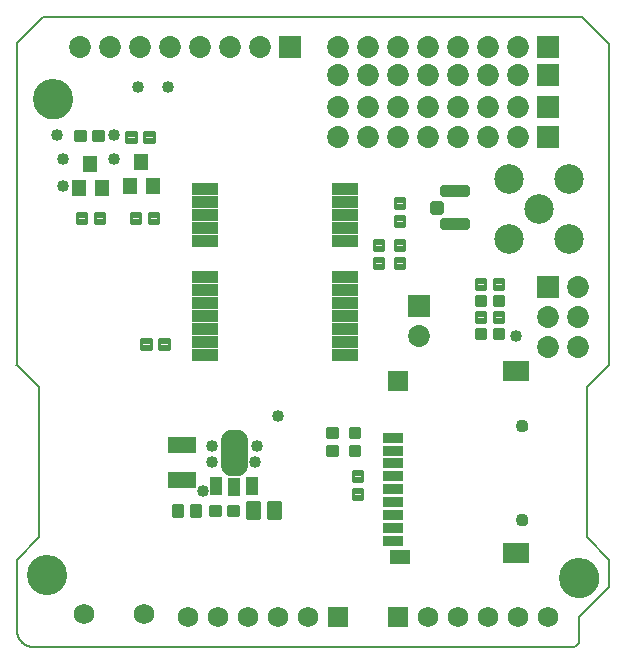
<source format=gts>
G75*
%MOIN*%
%OFA0B0*%
%FSLAX25Y25*%
%IPPOS*%
%LPD*%
%AMOC8*
5,1,8,0,0,1.08239X$1,22.5*
%
%ADD10C,0.00800*%
%ADD11C,0.00000*%
%ADD12C,0.13398*%
%ADD13R,0.08674X0.03950*%
%ADD14R,0.06800X0.03800*%
%ADD15R,0.06800X0.04800*%
%ADD16R,0.08800X0.06800*%
%ADD17R,0.06800X0.06800*%
%ADD18C,0.04300*%
%ADD19R,0.07300X0.07300*%
%ADD20C,0.07300*%
%ADD21C,0.01075*%
%ADD22R,0.04800X0.05300*%
%ADD23R,0.03950X0.06312*%
%ADD24C,0.06600*%
%ADD25R,0.03937X0.06299*%
%ADD26C,0.01200*%
%ADD27R,0.09800X0.05300*%
%ADD28C,0.06800*%
%ADD29C,0.00950*%
%ADD30C,0.09855*%
%ADD31C,0.01900*%
%ADD32C,0.02400*%
%ADD33C,0.03981*%
D10*
X0002167Y0007057D02*
X0002167Y0021150D01*
X0002167Y0021400D02*
X0002167Y0030400D01*
X0009667Y0037900D01*
X0009667Y0087900D01*
X0002167Y0095400D01*
X0001917Y0095400D01*
X0002167Y0095400D02*
X0002167Y0202650D01*
X0010917Y0211400D01*
X0190667Y0211400D01*
X0199667Y0202400D01*
X0199667Y0095400D01*
X0192167Y0087900D01*
X0192167Y0037900D01*
X0199667Y0030400D01*
X0199667Y0021400D01*
X0189667Y0011400D01*
X0189667Y0003900D01*
X0189665Y0003802D01*
X0189659Y0003704D01*
X0189650Y0003606D01*
X0189636Y0003509D01*
X0189619Y0003412D01*
X0189598Y0003316D01*
X0189573Y0003221D01*
X0189545Y0003127D01*
X0189512Y0003035D01*
X0189477Y0002943D01*
X0189437Y0002853D01*
X0189395Y0002765D01*
X0189348Y0002678D01*
X0189299Y0002594D01*
X0189246Y0002511D01*
X0189190Y0002431D01*
X0189130Y0002352D01*
X0189068Y0002276D01*
X0189003Y0002203D01*
X0188935Y0002132D01*
X0188864Y0002064D01*
X0188791Y0001999D01*
X0188715Y0001937D01*
X0188636Y0001877D01*
X0188556Y0001821D01*
X0188473Y0001768D01*
X0188389Y0001719D01*
X0188302Y0001672D01*
X0188214Y0001630D01*
X0188124Y0001590D01*
X0188032Y0001555D01*
X0187940Y0001522D01*
X0187846Y0001494D01*
X0187751Y0001469D01*
X0187655Y0001448D01*
X0187558Y0001431D01*
X0187461Y0001417D01*
X0187363Y0001408D01*
X0187265Y0001402D01*
X0187167Y0001400D01*
X0007824Y0001400D01*
X0007676Y0001402D01*
X0007528Y0001408D01*
X0007380Y0001417D01*
X0007233Y0001431D01*
X0007086Y0001448D01*
X0006939Y0001470D01*
X0006793Y0001495D01*
X0006648Y0001524D01*
X0006503Y0001556D01*
X0006360Y0001593D01*
X0006217Y0001633D01*
X0006076Y0001677D01*
X0005936Y0001724D01*
X0005797Y0001776D01*
X0005659Y0001831D01*
X0005523Y0001889D01*
X0005389Y0001951D01*
X0005256Y0002017D01*
X0005125Y0002086D01*
X0004996Y0002158D01*
X0004868Y0002234D01*
X0004743Y0002313D01*
X0004620Y0002395D01*
X0004499Y0002480D01*
X0004380Y0002569D01*
X0004264Y0002661D01*
X0004150Y0002755D01*
X0004039Y0002853D01*
X0003930Y0002954D01*
X0003824Y0003057D01*
X0003721Y0003163D01*
X0003620Y0003272D01*
X0003522Y0003383D01*
X0003428Y0003497D01*
X0003336Y0003613D01*
X0003247Y0003732D01*
X0003162Y0003853D01*
X0003080Y0003976D01*
X0003001Y0004101D01*
X0002925Y0004228D01*
X0002853Y0004358D01*
X0002784Y0004489D01*
X0002718Y0004622D01*
X0002656Y0004756D01*
X0002598Y0004892D01*
X0002543Y0005030D01*
X0002491Y0005169D01*
X0002444Y0005309D01*
X0002400Y0005450D01*
X0002360Y0005593D01*
X0002323Y0005736D01*
X0002291Y0005881D01*
X0002262Y0006026D01*
X0002237Y0006172D01*
X0002215Y0006319D01*
X0002198Y0006466D01*
X0002184Y0006613D01*
X0002175Y0006761D01*
X0002169Y0006909D01*
X0002167Y0007057D01*
D11*
X0005868Y0025400D02*
X0005870Y0025558D01*
X0005876Y0025716D01*
X0005886Y0025874D01*
X0005900Y0026032D01*
X0005918Y0026189D01*
X0005939Y0026346D01*
X0005965Y0026502D01*
X0005995Y0026658D01*
X0006028Y0026813D01*
X0006066Y0026966D01*
X0006107Y0027119D01*
X0006152Y0027271D01*
X0006201Y0027422D01*
X0006254Y0027571D01*
X0006310Y0027719D01*
X0006370Y0027865D01*
X0006434Y0028010D01*
X0006502Y0028153D01*
X0006573Y0028295D01*
X0006647Y0028435D01*
X0006725Y0028572D01*
X0006807Y0028708D01*
X0006891Y0028842D01*
X0006980Y0028973D01*
X0007071Y0029102D01*
X0007166Y0029229D01*
X0007263Y0029354D01*
X0007364Y0029476D01*
X0007468Y0029595D01*
X0007575Y0029712D01*
X0007685Y0029826D01*
X0007798Y0029937D01*
X0007913Y0030046D01*
X0008031Y0030151D01*
X0008152Y0030253D01*
X0008275Y0030353D01*
X0008401Y0030449D01*
X0008529Y0030542D01*
X0008659Y0030632D01*
X0008792Y0030718D01*
X0008927Y0030802D01*
X0009063Y0030881D01*
X0009202Y0030958D01*
X0009343Y0031030D01*
X0009485Y0031100D01*
X0009629Y0031165D01*
X0009775Y0031227D01*
X0009922Y0031285D01*
X0010071Y0031340D01*
X0010221Y0031391D01*
X0010372Y0031438D01*
X0010524Y0031481D01*
X0010677Y0031520D01*
X0010832Y0031556D01*
X0010987Y0031587D01*
X0011143Y0031615D01*
X0011299Y0031639D01*
X0011456Y0031659D01*
X0011614Y0031675D01*
X0011771Y0031687D01*
X0011930Y0031695D01*
X0012088Y0031699D01*
X0012246Y0031699D01*
X0012404Y0031695D01*
X0012563Y0031687D01*
X0012720Y0031675D01*
X0012878Y0031659D01*
X0013035Y0031639D01*
X0013191Y0031615D01*
X0013347Y0031587D01*
X0013502Y0031556D01*
X0013657Y0031520D01*
X0013810Y0031481D01*
X0013962Y0031438D01*
X0014113Y0031391D01*
X0014263Y0031340D01*
X0014412Y0031285D01*
X0014559Y0031227D01*
X0014705Y0031165D01*
X0014849Y0031100D01*
X0014991Y0031030D01*
X0015132Y0030958D01*
X0015271Y0030881D01*
X0015407Y0030802D01*
X0015542Y0030718D01*
X0015675Y0030632D01*
X0015805Y0030542D01*
X0015933Y0030449D01*
X0016059Y0030353D01*
X0016182Y0030253D01*
X0016303Y0030151D01*
X0016421Y0030046D01*
X0016536Y0029937D01*
X0016649Y0029826D01*
X0016759Y0029712D01*
X0016866Y0029595D01*
X0016970Y0029476D01*
X0017071Y0029354D01*
X0017168Y0029229D01*
X0017263Y0029102D01*
X0017354Y0028973D01*
X0017443Y0028842D01*
X0017527Y0028708D01*
X0017609Y0028572D01*
X0017687Y0028435D01*
X0017761Y0028295D01*
X0017832Y0028153D01*
X0017900Y0028010D01*
X0017964Y0027865D01*
X0018024Y0027719D01*
X0018080Y0027571D01*
X0018133Y0027422D01*
X0018182Y0027271D01*
X0018227Y0027119D01*
X0018268Y0026966D01*
X0018306Y0026813D01*
X0018339Y0026658D01*
X0018369Y0026502D01*
X0018395Y0026346D01*
X0018416Y0026189D01*
X0018434Y0026032D01*
X0018448Y0025874D01*
X0018458Y0025716D01*
X0018464Y0025558D01*
X0018466Y0025400D01*
X0018464Y0025242D01*
X0018458Y0025084D01*
X0018448Y0024926D01*
X0018434Y0024768D01*
X0018416Y0024611D01*
X0018395Y0024454D01*
X0018369Y0024298D01*
X0018339Y0024142D01*
X0018306Y0023987D01*
X0018268Y0023834D01*
X0018227Y0023681D01*
X0018182Y0023529D01*
X0018133Y0023378D01*
X0018080Y0023229D01*
X0018024Y0023081D01*
X0017964Y0022935D01*
X0017900Y0022790D01*
X0017832Y0022647D01*
X0017761Y0022505D01*
X0017687Y0022365D01*
X0017609Y0022228D01*
X0017527Y0022092D01*
X0017443Y0021958D01*
X0017354Y0021827D01*
X0017263Y0021698D01*
X0017168Y0021571D01*
X0017071Y0021446D01*
X0016970Y0021324D01*
X0016866Y0021205D01*
X0016759Y0021088D01*
X0016649Y0020974D01*
X0016536Y0020863D01*
X0016421Y0020754D01*
X0016303Y0020649D01*
X0016182Y0020547D01*
X0016059Y0020447D01*
X0015933Y0020351D01*
X0015805Y0020258D01*
X0015675Y0020168D01*
X0015542Y0020082D01*
X0015407Y0019998D01*
X0015271Y0019919D01*
X0015132Y0019842D01*
X0014991Y0019770D01*
X0014849Y0019700D01*
X0014705Y0019635D01*
X0014559Y0019573D01*
X0014412Y0019515D01*
X0014263Y0019460D01*
X0014113Y0019409D01*
X0013962Y0019362D01*
X0013810Y0019319D01*
X0013657Y0019280D01*
X0013502Y0019244D01*
X0013347Y0019213D01*
X0013191Y0019185D01*
X0013035Y0019161D01*
X0012878Y0019141D01*
X0012720Y0019125D01*
X0012563Y0019113D01*
X0012404Y0019105D01*
X0012246Y0019101D01*
X0012088Y0019101D01*
X0011930Y0019105D01*
X0011771Y0019113D01*
X0011614Y0019125D01*
X0011456Y0019141D01*
X0011299Y0019161D01*
X0011143Y0019185D01*
X0010987Y0019213D01*
X0010832Y0019244D01*
X0010677Y0019280D01*
X0010524Y0019319D01*
X0010372Y0019362D01*
X0010221Y0019409D01*
X0010071Y0019460D01*
X0009922Y0019515D01*
X0009775Y0019573D01*
X0009629Y0019635D01*
X0009485Y0019700D01*
X0009343Y0019770D01*
X0009202Y0019842D01*
X0009063Y0019919D01*
X0008927Y0019998D01*
X0008792Y0020082D01*
X0008659Y0020168D01*
X0008529Y0020258D01*
X0008401Y0020351D01*
X0008275Y0020447D01*
X0008152Y0020547D01*
X0008031Y0020649D01*
X0007913Y0020754D01*
X0007798Y0020863D01*
X0007685Y0020974D01*
X0007575Y0021088D01*
X0007468Y0021205D01*
X0007364Y0021324D01*
X0007263Y0021446D01*
X0007166Y0021571D01*
X0007071Y0021698D01*
X0006980Y0021827D01*
X0006891Y0021958D01*
X0006807Y0022092D01*
X0006725Y0022228D01*
X0006647Y0022365D01*
X0006573Y0022505D01*
X0006502Y0022647D01*
X0006434Y0022790D01*
X0006370Y0022935D01*
X0006310Y0023081D01*
X0006254Y0023229D01*
X0006201Y0023378D01*
X0006152Y0023529D01*
X0006107Y0023681D01*
X0006066Y0023834D01*
X0006028Y0023987D01*
X0005995Y0024142D01*
X0005965Y0024298D01*
X0005939Y0024454D01*
X0005918Y0024611D01*
X0005900Y0024768D01*
X0005886Y0024926D01*
X0005876Y0025084D01*
X0005870Y0025242D01*
X0005868Y0025400D01*
X0168830Y0043664D02*
X0168832Y0043747D01*
X0168838Y0043830D01*
X0168848Y0043913D01*
X0168862Y0043995D01*
X0168879Y0044077D01*
X0168901Y0044157D01*
X0168926Y0044236D01*
X0168955Y0044314D01*
X0168988Y0044391D01*
X0169025Y0044466D01*
X0169064Y0044539D01*
X0169108Y0044610D01*
X0169154Y0044679D01*
X0169204Y0044746D01*
X0169257Y0044810D01*
X0169313Y0044872D01*
X0169372Y0044931D01*
X0169434Y0044987D01*
X0169498Y0045040D01*
X0169565Y0045090D01*
X0169634Y0045136D01*
X0169705Y0045180D01*
X0169778Y0045219D01*
X0169853Y0045256D01*
X0169930Y0045289D01*
X0170008Y0045318D01*
X0170087Y0045343D01*
X0170167Y0045365D01*
X0170249Y0045382D01*
X0170331Y0045396D01*
X0170414Y0045406D01*
X0170497Y0045412D01*
X0170580Y0045414D01*
X0170663Y0045412D01*
X0170746Y0045406D01*
X0170829Y0045396D01*
X0170911Y0045382D01*
X0170993Y0045365D01*
X0171073Y0045343D01*
X0171152Y0045318D01*
X0171230Y0045289D01*
X0171307Y0045256D01*
X0171382Y0045219D01*
X0171455Y0045180D01*
X0171526Y0045136D01*
X0171595Y0045090D01*
X0171662Y0045040D01*
X0171726Y0044987D01*
X0171788Y0044931D01*
X0171847Y0044872D01*
X0171903Y0044810D01*
X0171956Y0044746D01*
X0172006Y0044679D01*
X0172052Y0044610D01*
X0172096Y0044539D01*
X0172135Y0044466D01*
X0172172Y0044391D01*
X0172205Y0044314D01*
X0172234Y0044236D01*
X0172259Y0044157D01*
X0172281Y0044077D01*
X0172298Y0043995D01*
X0172312Y0043913D01*
X0172322Y0043830D01*
X0172328Y0043747D01*
X0172330Y0043664D01*
X0172328Y0043581D01*
X0172322Y0043498D01*
X0172312Y0043415D01*
X0172298Y0043333D01*
X0172281Y0043251D01*
X0172259Y0043171D01*
X0172234Y0043092D01*
X0172205Y0043014D01*
X0172172Y0042937D01*
X0172135Y0042862D01*
X0172096Y0042789D01*
X0172052Y0042718D01*
X0172006Y0042649D01*
X0171956Y0042582D01*
X0171903Y0042518D01*
X0171847Y0042456D01*
X0171788Y0042397D01*
X0171726Y0042341D01*
X0171662Y0042288D01*
X0171595Y0042238D01*
X0171526Y0042192D01*
X0171455Y0042148D01*
X0171382Y0042109D01*
X0171307Y0042072D01*
X0171230Y0042039D01*
X0171152Y0042010D01*
X0171073Y0041985D01*
X0170993Y0041963D01*
X0170911Y0041946D01*
X0170829Y0041932D01*
X0170746Y0041922D01*
X0170663Y0041916D01*
X0170580Y0041914D01*
X0170497Y0041916D01*
X0170414Y0041922D01*
X0170331Y0041932D01*
X0170249Y0041946D01*
X0170167Y0041963D01*
X0170087Y0041985D01*
X0170008Y0042010D01*
X0169930Y0042039D01*
X0169853Y0042072D01*
X0169778Y0042109D01*
X0169705Y0042148D01*
X0169634Y0042192D01*
X0169565Y0042238D01*
X0169498Y0042288D01*
X0169434Y0042341D01*
X0169372Y0042397D01*
X0169313Y0042456D01*
X0169257Y0042518D01*
X0169204Y0042582D01*
X0169154Y0042649D01*
X0169108Y0042718D01*
X0169064Y0042789D01*
X0169025Y0042862D01*
X0168988Y0042937D01*
X0168955Y0043014D01*
X0168926Y0043092D01*
X0168901Y0043171D01*
X0168879Y0043251D01*
X0168862Y0043333D01*
X0168848Y0043415D01*
X0168838Y0043498D01*
X0168832Y0043581D01*
X0168830Y0043664D01*
X0183368Y0024400D02*
X0183370Y0024558D01*
X0183376Y0024716D01*
X0183386Y0024874D01*
X0183400Y0025032D01*
X0183418Y0025189D01*
X0183439Y0025346D01*
X0183465Y0025502D01*
X0183495Y0025658D01*
X0183528Y0025813D01*
X0183566Y0025966D01*
X0183607Y0026119D01*
X0183652Y0026271D01*
X0183701Y0026422D01*
X0183754Y0026571D01*
X0183810Y0026719D01*
X0183870Y0026865D01*
X0183934Y0027010D01*
X0184002Y0027153D01*
X0184073Y0027295D01*
X0184147Y0027435D01*
X0184225Y0027572D01*
X0184307Y0027708D01*
X0184391Y0027842D01*
X0184480Y0027973D01*
X0184571Y0028102D01*
X0184666Y0028229D01*
X0184763Y0028354D01*
X0184864Y0028476D01*
X0184968Y0028595D01*
X0185075Y0028712D01*
X0185185Y0028826D01*
X0185298Y0028937D01*
X0185413Y0029046D01*
X0185531Y0029151D01*
X0185652Y0029253D01*
X0185775Y0029353D01*
X0185901Y0029449D01*
X0186029Y0029542D01*
X0186159Y0029632D01*
X0186292Y0029718D01*
X0186427Y0029802D01*
X0186563Y0029881D01*
X0186702Y0029958D01*
X0186843Y0030030D01*
X0186985Y0030100D01*
X0187129Y0030165D01*
X0187275Y0030227D01*
X0187422Y0030285D01*
X0187571Y0030340D01*
X0187721Y0030391D01*
X0187872Y0030438D01*
X0188024Y0030481D01*
X0188177Y0030520D01*
X0188332Y0030556D01*
X0188487Y0030587D01*
X0188643Y0030615D01*
X0188799Y0030639D01*
X0188956Y0030659D01*
X0189114Y0030675D01*
X0189271Y0030687D01*
X0189430Y0030695D01*
X0189588Y0030699D01*
X0189746Y0030699D01*
X0189904Y0030695D01*
X0190063Y0030687D01*
X0190220Y0030675D01*
X0190378Y0030659D01*
X0190535Y0030639D01*
X0190691Y0030615D01*
X0190847Y0030587D01*
X0191002Y0030556D01*
X0191157Y0030520D01*
X0191310Y0030481D01*
X0191462Y0030438D01*
X0191613Y0030391D01*
X0191763Y0030340D01*
X0191912Y0030285D01*
X0192059Y0030227D01*
X0192205Y0030165D01*
X0192349Y0030100D01*
X0192491Y0030030D01*
X0192632Y0029958D01*
X0192771Y0029881D01*
X0192907Y0029802D01*
X0193042Y0029718D01*
X0193175Y0029632D01*
X0193305Y0029542D01*
X0193433Y0029449D01*
X0193559Y0029353D01*
X0193682Y0029253D01*
X0193803Y0029151D01*
X0193921Y0029046D01*
X0194036Y0028937D01*
X0194149Y0028826D01*
X0194259Y0028712D01*
X0194366Y0028595D01*
X0194470Y0028476D01*
X0194571Y0028354D01*
X0194668Y0028229D01*
X0194763Y0028102D01*
X0194854Y0027973D01*
X0194943Y0027842D01*
X0195027Y0027708D01*
X0195109Y0027572D01*
X0195187Y0027435D01*
X0195261Y0027295D01*
X0195332Y0027153D01*
X0195400Y0027010D01*
X0195464Y0026865D01*
X0195524Y0026719D01*
X0195580Y0026571D01*
X0195633Y0026422D01*
X0195682Y0026271D01*
X0195727Y0026119D01*
X0195768Y0025966D01*
X0195806Y0025813D01*
X0195839Y0025658D01*
X0195869Y0025502D01*
X0195895Y0025346D01*
X0195916Y0025189D01*
X0195934Y0025032D01*
X0195948Y0024874D01*
X0195958Y0024716D01*
X0195964Y0024558D01*
X0195966Y0024400D01*
X0195964Y0024242D01*
X0195958Y0024084D01*
X0195948Y0023926D01*
X0195934Y0023768D01*
X0195916Y0023611D01*
X0195895Y0023454D01*
X0195869Y0023298D01*
X0195839Y0023142D01*
X0195806Y0022987D01*
X0195768Y0022834D01*
X0195727Y0022681D01*
X0195682Y0022529D01*
X0195633Y0022378D01*
X0195580Y0022229D01*
X0195524Y0022081D01*
X0195464Y0021935D01*
X0195400Y0021790D01*
X0195332Y0021647D01*
X0195261Y0021505D01*
X0195187Y0021365D01*
X0195109Y0021228D01*
X0195027Y0021092D01*
X0194943Y0020958D01*
X0194854Y0020827D01*
X0194763Y0020698D01*
X0194668Y0020571D01*
X0194571Y0020446D01*
X0194470Y0020324D01*
X0194366Y0020205D01*
X0194259Y0020088D01*
X0194149Y0019974D01*
X0194036Y0019863D01*
X0193921Y0019754D01*
X0193803Y0019649D01*
X0193682Y0019547D01*
X0193559Y0019447D01*
X0193433Y0019351D01*
X0193305Y0019258D01*
X0193175Y0019168D01*
X0193042Y0019082D01*
X0192907Y0018998D01*
X0192771Y0018919D01*
X0192632Y0018842D01*
X0192491Y0018770D01*
X0192349Y0018700D01*
X0192205Y0018635D01*
X0192059Y0018573D01*
X0191912Y0018515D01*
X0191763Y0018460D01*
X0191613Y0018409D01*
X0191462Y0018362D01*
X0191310Y0018319D01*
X0191157Y0018280D01*
X0191002Y0018244D01*
X0190847Y0018213D01*
X0190691Y0018185D01*
X0190535Y0018161D01*
X0190378Y0018141D01*
X0190220Y0018125D01*
X0190063Y0018113D01*
X0189904Y0018105D01*
X0189746Y0018101D01*
X0189588Y0018101D01*
X0189430Y0018105D01*
X0189271Y0018113D01*
X0189114Y0018125D01*
X0188956Y0018141D01*
X0188799Y0018161D01*
X0188643Y0018185D01*
X0188487Y0018213D01*
X0188332Y0018244D01*
X0188177Y0018280D01*
X0188024Y0018319D01*
X0187872Y0018362D01*
X0187721Y0018409D01*
X0187571Y0018460D01*
X0187422Y0018515D01*
X0187275Y0018573D01*
X0187129Y0018635D01*
X0186985Y0018700D01*
X0186843Y0018770D01*
X0186702Y0018842D01*
X0186563Y0018919D01*
X0186427Y0018998D01*
X0186292Y0019082D01*
X0186159Y0019168D01*
X0186029Y0019258D01*
X0185901Y0019351D01*
X0185775Y0019447D01*
X0185652Y0019547D01*
X0185531Y0019649D01*
X0185413Y0019754D01*
X0185298Y0019863D01*
X0185185Y0019974D01*
X0185075Y0020088D01*
X0184968Y0020205D01*
X0184864Y0020324D01*
X0184763Y0020446D01*
X0184666Y0020571D01*
X0184571Y0020698D01*
X0184480Y0020827D01*
X0184391Y0020958D01*
X0184307Y0021092D01*
X0184225Y0021228D01*
X0184147Y0021365D01*
X0184073Y0021505D01*
X0184002Y0021647D01*
X0183934Y0021790D01*
X0183870Y0021935D01*
X0183810Y0022081D01*
X0183754Y0022229D01*
X0183701Y0022378D01*
X0183652Y0022529D01*
X0183607Y0022681D01*
X0183566Y0022834D01*
X0183528Y0022987D01*
X0183495Y0023142D01*
X0183465Y0023298D01*
X0183439Y0023454D01*
X0183418Y0023611D01*
X0183400Y0023768D01*
X0183386Y0023926D01*
X0183376Y0024084D01*
X0183370Y0024242D01*
X0183368Y0024400D01*
X0168830Y0075160D02*
X0168832Y0075243D01*
X0168838Y0075326D01*
X0168848Y0075409D01*
X0168862Y0075491D01*
X0168879Y0075573D01*
X0168901Y0075653D01*
X0168926Y0075732D01*
X0168955Y0075810D01*
X0168988Y0075887D01*
X0169025Y0075962D01*
X0169064Y0076035D01*
X0169108Y0076106D01*
X0169154Y0076175D01*
X0169204Y0076242D01*
X0169257Y0076306D01*
X0169313Y0076368D01*
X0169372Y0076427D01*
X0169434Y0076483D01*
X0169498Y0076536D01*
X0169565Y0076586D01*
X0169634Y0076632D01*
X0169705Y0076676D01*
X0169778Y0076715D01*
X0169853Y0076752D01*
X0169930Y0076785D01*
X0170008Y0076814D01*
X0170087Y0076839D01*
X0170167Y0076861D01*
X0170249Y0076878D01*
X0170331Y0076892D01*
X0170414Y0076902D01*
X0170497Y0076908D01*
X0170580Y0076910D01*
X0170663Y0076908D01*
X0170746Y0076902D01*
X0170829Y0076892D01*
X0170911Y0076878D01*
X0170993Y0076861D01*
X0171073Y0076839D01*
X0171152Y0076814D01*
X0171230Y0076785D01*
X0171307Y0076752D01*
X0171382Y0076715D01*
X0171455Y0076676D01*
X0171526Y0076632D01*
X0171595Y0076586D01*
X0171662Y0076536D01*
X0171726Y0076483D01*
X0171788Y0076427D01*
X0171847Y0076368D01*
X0171903Y0076306D01*
X0171956Y0076242D01*
X0172006Y0076175D01*
X0172052Y0076106D01*
X0172096Y0076035D01*
X0172135Y0075962D01*
X0172172Y0075887D01*
X0172205Y0075810D01*
X0172234Y0075732D01*
X0172259Y0075653D01*
X0172281Y0075573D01*
X0172298Y0075491D01*
X0172312Y0075409D01*
X0172322Y0075326D01*
X0172328Y0075243D01*
X0172330Y0075160D01*
X0172328Y0075077D01*
X0172322Y0074994D01*
X0172312Y0074911D01*
X0172298Y0074829D01*
X0172281Y0074747D01*
X0172259Y0074667D01*
X0172234Y0074588D01*
X0172205Y0074510D01*
X0172172Y0074433D01*
X0172135Y0074358D01*
X0172096Y0074285D01*
X0172052Y0074214D01*
X0172006Y0074145D01*
X0171956Y0074078D01*
X0171903Y0074014D01*
X0171847Y0073952D01*
X0171788Y0073893D01*
X0171726Y0073837D01*
X0171662Y0073784D01*
X0171595Y0073734D01*
X0171526Y0073688D01*
X0171455Y0073644D01*
X0171382Y0073605D01*
X0171307Y0073568D01*
X0171230Y0073535D01*
X0171152Y0073506D01*
X0171073Y0073481D01*
X0170993Y0073459D01*
X0170911Y0073442D01*
X0170829Y0073428D01*
X0170746Y0073418D01*
X0170663Y0073412D01*
X0170580Y0073410D01*
X0170497Y0073412D01*
X0170414Y0073418D01*
X0170331Y0073428D01*
X0170249Y0073442D01*
X0170167Y0073459D01*
X0170087Y0073481D01*
X0170008Y0073506D01*
X0169930Y0073535D01*
X0169853Y0073568D01*
X0169778Y0073605D01*
X0169705Y0073644D01*
X0169634Y0073688D01*
X0169565Y0073734D01*
X0169498Y0073784D01*
X0169434Y0073837D01*
X0169372Y0073893D01*
X0169313Y0073952D01*
X0169257Y0074014D01*
X0169204Y0074078D01*
X0169154Y0074145D01*
X0169108Y0074214D01*
X0169064Y0074285D01*
X0169025Y0074358D01*
X0168988Y0074433D01*
X0168955Y0074510D01*
X0168926Y0074588D01*
X0168901Y0074667D01*
X0168879Y0074747D01*
X0168862Y0074829D01*
X0168848Y0074911D01*
X0168838Y0074994D01*
X0168832Y0075077D01*
X0168830Y0075160D01*
X0007868Y0183900D02*
X0007870Y0184058D01*
X0007876Y0184216D01*
X0007886Y0184374D01*
X0007900Y0184532D01*
X0007918Y0184689D01*
X0007939Y0184846D01*
X0007965Y0185002D01*
X0007995Y0185158D01*
X0008028Y0185313D01*
X0008066Y0185466D01*
X0008107Y0185619D01*
X0008152Y0185771D01*
X0008201Y0185922D01*
X0008254Y0186071D01*
X0008310Y0186219D01*
X0008370Y0186365D01*
X0008434Y0186510D01*
X0008502Y0186653D01*
X0008573Y0186795D01*
X0008647Y0186935D01*
X0008725Y0187072D01*
X0008807Y0187208D01*
X0008891Y0187342D01*
X0008980Y0187473D01*
X0009071Y0187602D01*
X0009166Y0187729D01*
X0009263Y0187854D01*
X0009364Y0187976D01*
X0009468Y0188095D01*
X0009575Y0188212D01*
X0009685Y0188326D01*
X0009798Y0188437D01*
X0009913Y0188546D01*
X0010031Y0188651D01*
X0010152Y0188753D01*
X0010275Y0188853D01*
X0010401Y0188949D01*
X0010529Y0189042D01*
X0010659Y0189132D01*
X0010792Y0189218D01*
X0010927Y0189302D01*
X0011063Y0189381D01*
X0011202Y0189458D01*
X0011343Y0189530D01*
X0011485Y0189600D01*
X0011629Y0189665D01*
X0011775Y0189727D01*
X0011922Y0189785D01*
X0012071Y0189840D01*
X0012221Y0189891D01*
X0012372Y0189938D01*
X0012524Y0189981D01*
X0012677Y0190020D01*
X0012832Y0190056D01*
X0012987Y0190087D01*
X0013143Y0190115D01*
X0013299Y0190139D01*
X0013456Y0190159D01*
X0013614Y0190175D01*
X0013771Y0190187D01*
X0013930Y0190195D01*
X0014088Y0190199D01*
X0014246Y0190199D01*
X0014404Y0190195D01*
X0014563Y0190187D01*
X0014720Y0190175D01*
X0014878Y0190159D01*
X0015035Y0190139D01*
X0015191Y0190115D01*
X0015347Y0190087D01*
X0015502Y0190056D01*
X0015657Y0190020D01*
X0015810Y0189981D01*
X0015962Y0189938D01*
X0016113Y0189891D01*
X0016263Y0189840D01*
X0016412Y0189785D01*
X0016559Y0189727D01*
X0016705Y0189665D01*
X0016849Y0189600D01*
X0016991Y0189530D01*
X0017132Y0189458D01*
X0017271Y0189381D01*
X0017407Y0189302D01*
X0017542Y0189218D01*
X0017675Y0189132D01*
X0017805Y0189042D01*
X0017933Y0188949D01*
X0018059Y0188853D01*
X0018182Y0188753D01*
X0018303Y0188651D01*
X0018421Y0188546D01*
X0018536Y0188437D01*
X0018649Y0188326D01*
X0018759Y0188212D01*
X0018866Y0188095D01*
X0018970Y0187976D01*
X0019071Y0187854D01*
X0019168Y0187729D01*
X0019263Y0187602D01*
X0019354Y0187473D01*
X0019443Y0187342D01*
X0019527Y0187208D01*
X0019609Y0187072D01*
X0019687Y0186935D01*
X0019761Y0186795D01*
X0019832Y0186653D01*
X0019900Y0186510D01*
X0019964Y0186365D01*
X0020024Y0186219D01*
X0020080Y0186071D01*
X0020133Y0185922D01*
X0020182Y0185771D01*
X0020227Y0185619D01*
X0020268Y0185466D01*
X0020306Y0185313D01*
X0020339Y0185158D01*
X0020369Y0185002D01*
X0020395Y0184846D01*
X0020416Y0184689D01*
X0020434Y0184532D01*
X0020448Y0184374D01*
X0020458Y0184216D01*
X0020464Y0184058D01*
X0020466Y0183900D01*
X0020464Y0183742D01*
X0020458Y0183584D01*
X0020448Y0183426D01*
X0020434Y0183268D01*
X0020416Y0183111D01*
X0020395Y0182954D01*
X0020369Y0182798D01*
X0020339Y0182642D01*
X0020306Y0182487D01*
X0020268Y0182334D01*
X0020227Y0182181D01*
X0020182Y0182029D01*
X0020133Y0181878D01*
X0020080Y0181729D01*
X0020024Y0181581D01*
X0019964Y0181435D01*
X0019900Y0181290D01*
X0019832Y0181147D01*
X0019761Y0181005D01*
X0019687Y0180865D01*
X0019609Y0180728D01*
X0019527Y0180592D01*
X0019443Y0180458D01*
X0019354Y0180327D01*
X0019263Y0180198D01*
X0019168Y0180071D01*
X0019071Y0179946D01*
X0018970Y0179824D01*
X0018866Y0179705D01*
X0018759Y0179588D01*
X0018649Y0179474D01*
X0018536Y0179363D01*
X0018421Y0179254D01*
X0018303Y0179149D01*
X0018182Y0179047D01*
X0018059Y0178947D01*
X0017933Y0178851D01*
X0017805Y0178758D01*
X0017675Y0178668D01*
X0017542Y0178582D01*
X0017407Y0178498D01*
X0017271Y0178419D01*
X0017132Y0178342D01*
X0016991Y0178270D01*
X0016849Y0178200D01*
X0016705Y0178135D01*
X0016559Y0178073D01*
X0016412Y0178015D01*
X0016263Y0177960D01*
X0016113Y0177909D01*
X0015962Y0177862D01*
X0015810Y0177819D01*
X0015657Y0177780D01*
X0015502Y0177744D01*
X0015347Y0177713D01*
X0015191Y0177685D01*
X0015035Y0177661D01*
X0014878Y0177641D01*
X0014720Y0177625D01*
X0014563Y0177613D01*
X0014404Y0177605D01*
X0014246Y0177601D01*
X0014088Y0177601D01*
X0013930Y0177605D01*
X0013771Y0177613D01*
X0013614Y0177625D01*
X0013456Y0177641D01*
X0013299Y0177661D01*
X0013143Y0177685D01*
X0012987Y0177713D01*
X0012832Y0177744D01*
X0012677Y0177780D01*
X0012524Y0177819D01*
X0012372Y0177862D01*
X0012221Y0177909D01*
X0012071Y0177960D01*
X0011922Y0178015D01*
X0011775Y0178073D01*
X0011629Y0178135D01*
X0011485Y0178200D01*
X0011343Y0178270D01*
X0011202Y0178342D01*
X0011063Y0178419D01*
X0010927Y0178498D01*
X0010792Y0178582D01*
X0010659Y0178668D01*
X0010529Y0178758D01*
X0010401Y0178851D01*
X0010275Y0178947D01*
X0010152Y0179047D01*
X0010031Y0179149D01*
X0009913Y0179254D01*
X0009798Y0179363D01*
X0009685Y0179474D01*
X0009575Y0179588D01*
X0009468Y0179705D01*
X0009364Y0179824D01*
X0009263Y0179946D01*
X0009166Y0180071D01*
X0009071Y0180198D01*
X0008980Y0180327D01*
X0008891Y0180458D01*
X0008807Y0180592D01*
X0008725Y0180728D01*
X0008647Y0180865D01*
X0008573Y0181005D01*
X0008502Y0181147D01*
X0008434Y0181290D01*
X0008370Y0181435D01*
X0008310Y0181581D01*
X0008254Y0181729D01*
X0008201Y0181878D01*
X0008152Y0182029D01*
X0008107Y0182181D01*
X0008066Y0182334D01*
X0008028Y0182487D01*
X0007995Y0182642D01*
X0007965Y0182798D01*
X0007939Y0182954D01*
X0007918Y0183111D01*
X0007900Y0183268D01*
X0007886Y0183426D01*
X0007876Y0183584D01*
X0007870Y0183742D01*
X0007868Y0183900D01*
D12*
X0014167Y0183900D03*
X0012167Y0025400D03*
X0189667Y0024400D03*
D13*
X0111411Y0098782D03*
X0111411Y0103113D03*
X0111411Y0107443D03*
X0111411Y0111774D03*
X0111411Y0116105D03*
X0111411Y0120435D03*
X0111411Y0124766D03*
X0111411Y0136577D03*
X0111411Y0140908D03*
X0111411Y0145239D03*
X0111411Y0149569D03*
X0111411Y0153900D03*
X0064954Y0153900D03*
X0064954Y0149569D03*
X0064954Y0145239D03*
X0064954Y0140908D03*
X0064954Y0136577D03*
X0064954Y0124766D03*
X0064954Y0120435D03*
X0064954Y0116105D03*
X0064954Y0111774D03*
X0064954Y0107443D03*
X0064954Y0103113D03*
X0064954Y0098782D03*
D14*
X0127667Y0071223D03*
X0127667Y0066892D03*
X0127667Y0062561D03*
X0127667Y0058231D03*
X0127667Y0053900D03*
X0127667Y0049569D03*
X0127667Y0045239D03*
X0127667Y0040908D03*
X0127667Y0036577D03*
D15*
X0130029Y0031278D03*
D16*
X0168505Y0032640D03*
X0168505Y0093270D03*
D17*
X0129210Y0090046D03*
X0129167Y0011400D03*
X0109167Y0011400D03*
D18*
X0170580Y0043664D03*
X0170580Y0075160D03*
D19*
X0136167Y0114900D03*
X0179167Y0121400D03*
X0179167Y0171400D03*
X0179167Y0181400D03*
X0179167Y0191900D03*
X0179167Y0201400D03*
X0093167Y0201400D03*
D20*
X0083167Y0201400D03*
X0073167Y0201400D03*
X0063167Y0201400D03*
X0053167Y0201400D03*
X0043167Y0201400D03*
X0033167Y0201400D03*
X0023167Y0201400D03*
X0109167Y0201400D03*
X0119167Y0201400D03*
X0119167Y0191900D03*
X0109167Y0191900D03*
X0109167Y0181400D03*
X0119167Y0181400D03*
X0129167Y0181400D03*
X0139167Y0181400D03*
X0149167Y0181400D03*
X0149167Y0191900D03*
X0139167Y0191900D03*
X0129167Y0191900D03*
X0129167Y0201400D03*
X0139167Y0201400D03*
X0149167Y0201400D03*
X0159167Y0201400D03*
X0169167Y0201400D03*
X0169167Y0191900D03*
X0159167Y0191900D03*
X0159167Y0181400D03*
X0169167Y0181400D03*
X0169167Y0171400D03*
X0159167Y0171400D03*
X0149167Y0171400D03*
X0139167Y0171400D03*
X0129167Y0171400D03*
X0119167Y0171400D03*
X0109167Y0171400D03*
X0179167Y0111400D03*
X0189167Y0111400D03*
X0189167Y0121400D03*
X0189167Y0101400D03*
X0179167Y0101400D03*
X0136167Y0104900D03*
D21*
X0155054Y0104287D02*
X0158280Y0104287D01*
X0155054Y0104287D02*
X0155054Y0107513D01*
X0158280Y0107513D01*
X0158280Y0104287D01*
X0158280Y0105361D02*
X0155054Y0105361D01*
X0155054Y0106435D02*
X0158280Y0106435D01*
X0158280Y0107509D02*
X0155054Y0107509D01*
X0155054Y0113013D02*
X0158280Y0113013D01*
X0158280Y0109787D01*
X0155054Y0109787D01*
X0155054Y0113013D01*
X0155054Y0110861D02*
X0158280Y0110861D01*
X0158280Y0111935D02*
X0155054Y0111935D01*
X0155054Y0113009D02*
X0158280Y0113009D01*
X0158280Y0118513D02*
X0155054Y0118513D01*
X0158280Y0118513D02*
X0158280Y0115287D01*
X0155054Y0115287D01*
X0155054Y0118513D01*
X0155054Y0116361D02*
X0158280Y0116361D01*
X0158280Y0117435D02*
X0155054Y0117435D01*
X0155054Y0118509D02*
X0158280Y0118509D01*
X0158280Y0120787D02*
X0155054Y0120787D01*
X0155054Y0124013D01*
X0158280Y0124013D01*
X0158280Y0120787D01*
X0158280Y0121861D02*
X0155054Y0121861D01*
X0155054Y0122935D02*
X0158280Y0122935D01*
X0158280Y0124009D02*
X0155054Y0124009D01*
X0161054Y0120787D02*
X0164280Y0120787D01*
X0161054Y0120787D02*
X0161054Y0124013D01*
X0164280Y0124013D01*
X0164280Y0120787D01*
X0164280Y0121861D02*
X0161054Y0121861D01*
X0161054Y0122935D02*
X0164280Y0122935D01*
X0164280Y0124009D02*
X0161054Y0124009D01*
X0161054Y0118513D02*
X0164280Y0118513D01*
X0164280Y0115287D01*
X0161054Y0115287D01*
X0161054Y0118513D01*
X0161054Y0116361D02*
X0164280Y0116361D01*
X0164280Y0117435D02*
X0161054Y0117435D01*
X0161054Y0118509D02*
X0164280Y0118509D01*
X0164280Y0113013D02*
X0161054Y0113013D01*
X0164280Y0113013D02*
X0164280Y0109787D01*
X0161054Y0109787D01*
X0161054Y0113013D01*
X0161054Y0110861D02*
X0164280Y0110861D01*
X0164280Y0111935D02*
X0161054Y0111935D01*
X0161054Y0113009D02*
X0164280Y0113009D01*
X0164280Y0104287D02*
X0161054Y0104287D01*
X0161054Y0107513D01*
X0164280Y0107513D01*
X0164280Y0104287D01*
X0164280Y0105361D02*
X0161054Y0105361D01*
X0161054Y0106435D02*
X0164280Y0106435D01*
X0164280Y0107509D02*
X0161054Y0107509D01*
X0131280Y0127787D02*
X0131280Y0131013D01*
X0131280Y0127787D02*
X0128054Y0127787D01*
X0128054Y0131013D01*
X0131280Y0131013D01*
X0131280Y0128861D02*
X0128054Y0128861D01*
X0128054Y0129935D02*
X0131280Y0129935D01*
X0131280Y0131009D02*
X0128054Y0131009D01*
X0131280Y0133787D02*
X0131280Y0137013D01*
X0131280Y0133787D02*
X0128054Y0133787D01*
X0128054Y0137013D01*
X0131280Y0137013D01*
X0131280Y0134861D02*
X0128054Y0134861D01*
X0128054Y0135935D02*
X0131280Y0135935D01*
X0131280Y0137009D02*
X0128054Y0137009D01*
X0124280Y0137013D02*
X0124280Y0133787D01*
X0121054Y0133787D01*
X0121054Y0137013D01*
X0124280Y0137013D01*
X0124280Y0134861D02*
X0121054Y0134861D01*
X0121054Y0135935D02*
X0124280Y0135935D01*
X0124280Y0137009D02*
X0121054Y0137009D01*
X0124280Y0131013D02*
X0124280Y0127787D01*
X0121054Y0127787D01*
X0121054Y0131013D01*
X0124280Y0131013D01*
X0124280Y0128861D02*
X0121054Y0128861D01*
X0121054Y0129935D02*
X0124280Y0129935D01*
X0124280Y0131009D02*
X0121054Y0131009D01*
X0128054Y0141787D02*
X0128054Y0145013D01*
X0131280Y0145013D01*
X0131280Y0141787D01*
X0128054Y0141787D01*
X0128054Y0142861D02*
X0131280Y0142861D01*
X0131280Y0143935D02*
X0128054Y0143935D01*
X0128054Y0145009D02*
X0131280Y0145009D01*
X0128054Y0147787D02*
X0128054Y0151013D01*
X0131280Y0151013D01*
X0131280Y0147787D01*
X0128054Y0147787D01*
X0128054Y0148861D02*
X0131280Y0148861D01*
X0131280Y0149935D02*
X0128054Y0149935D01*
X0128054Y0151009D02*
X0131280Y0151009D01*
X0052780Y0100787D02*
X0049554Y0100787D01*
X0049554Y0104013D01*
X0052780Y0104013D01*
X0052780Y0100787D01*
X0052780Y0101861D02*
X0049554Y0101861D01*
X0049554Y0102935D02*
X0052780Y0102935D01*
X0052780Y0104009D02*
X0049554Y0104009D01*
X0046780Y0100787D02*
X0043554Y0100787D01*
X0043554Y0104013D01*
X0046780Y0104013D01*
X0046780Y0100787D01*
X0046780Y0101861D02*
X0043554Y0101861D01*
X0043554Y0102935D02*
X0046780Y0102935D01*
X0046780Y0104009D02*
X0043554Y0104009D01*
X0043280Y0142787D02*
X0040054Y0142787D01*
X0040054Y0146013D01*
X0043280Y0146013D01*
X0043280Y0142787D01*
X0043280Y0143861D02*
X0040054Y0143861D01*
X0040054Y0144935D02*
X0043280Y0144935D01*
X0043280Y0146009D02*
X0040054Y0146009D01*
X0046054Y0142787D02*
X0049280Y0142787D01*
X0046054Y0142787D02*
X0046054Y0146013D01*
X0049280Y0146013D01*
X0049280Y0142787D01*
X0049280Y0143861D02*
X0046054Y0143861D01*
X0046054Y0144935D02*
X0049280Y0144935D01*
X0049280Y0146009D02*
X0046054Y0146009D01*
X0031280Y0142787D02*
X0028054Y0142787D01*
X0028054Y0146013D01*
X0031280Y0146013D01*
X0031280Y0142787D01*
X0031280Y0143861D02*
X0028054Y0143861D01*
X0028054Y0144935D02*
X0031280Y0144935D01*
X0031280Y0146009D02*
X0028054Y0146009D01*
X0025280Y0142787D02*
X0022054Y0142787D01*
X0022054Y0146013D01*
X0025280Y0146013D01*
X0025280Y0142787D01*
X0025280Y0143861D02*
X0022054Y0143861D01*
X0022054Y0144935D02*
X0025280Y0144935D01*
X0025280Y0146009D02*
X0022054Y0146009D01*
X0021554Y0170287D02*
X0024780Y0170287D01*
X0021554Y0170287D02*
X0021554Y0173513D01*
X0024780Y0173513D01*
X0024780Y0170287D01*
X0024780Y0171361D02*
X0021554Y0171361D01*
X0021554Y0172435D02*
X0024780Y0172435D01*
X0024780Y0173509D02*
X0021554Y0173509D01*
X0027554Y0170287D02*
X0030780Y0170287D01*
X0027554Y0170287D02*
X0027554Y0173513D01*
X0030780Y0173513D01*
X0030780Y0170287D01*
X0030780Y0171361D02*
X0027554Y0171361D01*
X0027554Y0172435D02*
X0030780Y0172435D01*
X0030780Y0173509D02*
X0027554Y0173509D01*
X0038554Y0169787D02*
X0041780Y0169787D01*
X0038554Y0169787D02*
X0038554Y0173013D01*
X0041780Y0173013D01*
X0041780Y0169787D01*
X0041780Y0170861D02*
X0038554Y0170861D01*
X0038554Y0171935D02*
X0041780Y0171935D01*
X0041780Y0173009D02*
X0038554Y0173009D01*
X0044554Y0169787D02*
X0047780Y0169787D01*
X0044554Y0169787D02*
X0044554Y0173013D01*
X0047780Y0173013D01*
X0047780Y0169787D01*
X0047780Y0170861D02*
X0044554Y0170861D01*
X0044554Y0171935D02*
X0047780Y0171935D01*
X0047780Y0173009D02*
X0044554Y0173009D01*
X0105554Y0074513D02*
X0105554Y0071287D01*
X0105554Y0074513D02*
X0108780Y0074513D01*
X0108780Y0071287D01*
X0105554Y0071287D01*
X0105554Y0072361D02*
X0108780Y0072361D01*
X0108780Y0073435D02*
X0105554Y0073435D01*
X0105554Y0074509D02*
X0108780Y0074509D01*
X0116280Y0074513D02*
X0116280Y0071287D01*
X0113054Y0071287D01*
X0113054Y0074513D01*
X0116280Y0074513D01*
X0116280Y0072361D02*
X0113054Y0072361D01*
X0113054Y0073435D02*
X0116280Y0073435D01*
X0116280Y0074509D02*
X0113054Y0074509D01*
X0116280Y0068513D02*
X0116280Y0065287D01*
X0113054Y0065287D01*
X0113054Y0068513D01*
X0116280Y0068513D01*
X0116280Y0066361D02*
X0113054Y0066361D01*
X0113054Y0067435D02*
X0116280Y0067435D01*
X0116280Y0068509D02*
X0113054Y0068509D01*
X0105554Y0068513D02*
X0105554Y0065287D01*
X0105554Y0068513D02*
X0108780Y0068513D01*
X0108780Y0065287D01*
X0105554Y0065287D01*
X0105554Y0066361D02*
X0108780Y0066361D01*
X0108780Y0067435D02*
X0105554Y0067435D01*
X0105554Y0068509D02*
X0108780Y0068509D01*
X0117280Y0060013D02*
X0117280Y0056787D01*
X0114054Y0056787D01*
X0114054Y0060013D01*
X0117280Y0060013D01*
X0117280Y0057861D02*
X0114054Y0057861D01*
X0114054Y0058935D02*
X0117280Y0058935D01*
X0117280Y0060009D02*
X0114054Y0060009D01*
X0117280Y0054013D02*
X0117280Y0050787D01*
X0114054Y0050787D01*
X0114054Y0054013D01*
X0117280Y0054013D01*
X0117280Y0051861D02*
X0114054Y0051861D01*
X0114054Y0052935D02*
X0117280Y0052935D01*
X0117280Y0054009D02*
X0114054Y0054009D01*
X0075780Y0048513D02*
X0072554Y0048513D01*
X0075780Y0048513D02*
X0075780Y0045287D01*
X0072554Y0045287D01*
X0072554Y0048513D01*
X0072554Y0046361D02*
X0075780Y0046361D01*
X0075780Y0047435D02*
X0072554Y0047435D01*
X0072554Y0048509D02*
X0075780Y0048509D01*
X0069780Y0048513D02*
X0066554Y0048513D01*
X0069780Y0048513D02*
X0069780Y0045287D01*
X0066554Y0045287D01*
X0066554Y0048513D01*
X0066554Y0046361D02*
X0069780Y0046361D01*
X0069780Y0047435D02*
X0066554Y0047435D01*
X0066554Y0048509D02*
X0069780Y0048509D01*
D22*
X0047407Y0154900D03*
X0039927Y0154900D03*
X0043667Y0162900D03*
X0030407Y0154400D03*
X0022927Y0154400D03*
X0026667Y0162400D03*
D23*
X0068667Y0054900D03*
X0080667Y0054900D03*
D24*
X0075767Y0061816D02*
X0073567Y0061816D01*
X0073567Y0070386D01*
X0075767Y0070386D01*
X0075767Y0061816D01*
X0075767Y0068415D02*
X0073567Y0068415D01*
D25*
X0074667Y0054605D03*
D26*
X0079367Y0044350D02*
X0082967Y0044350D01*
X0079367Y0044350D02*
X0079367Y0049450D01*
X0082967Y0049450D01*
X0082967Y0044350D01*
X0082967Y0045549D02*
X0079367Y0045549D01*
X0079367Y0046748D02*
X0082967Y0046748D01*
X0082967Y0047947D02*
X0079367Y0047947D01*
X0079367Y0049146D02*
X0082967Y0049146D01*
X0086367Y0044350D02*
X0089967Y0044350D01*
X0086367Y0044350D02*
X0086367Y0049450D01*
X0089967Y0049450D01*
X0089967Y0044350D01*
X0089967Y0045549D02*
X0086367Y0045549D01*
X0086367Y0046748D02*
X0089967Y0046748D01*
X0089967Y0047947D02*
X0086367Y0047947D01*
X0086367Y0049146D02*
X0089967Y0049146D01*
D27*
X0057167Y0057150D03*
X0057167Y0068650D03*
D28*
X0059167Y0011400D03*
X0069167Y0011400D03*
X0079167Y0011400D03*
X0089167Y0011400D03*
X0099167Y0011400D03*
X0139167Y0011400D03*
X0149167Y0011400D03*
X0159167Y0011400D03*
X0169167Y0011400D03*
X0179167Y0011400D03*
X0044667Y0012400D03*
X0024667Y0012400D03*
D29*
X0054242Y0048575D02*
X0057092Y0048575D01*
X0057092Y0045225D01*
X0054242Y0045225D01*
X0054242Y0048575D01*
X0054242Y0046174D02*
X0057092Y0046174D01*
X0057092Y0047123D02*
X0054242Y0047123D01*
X0054242Y0048072D02*
X0057092Y0048072D01*
X0060242Y0048575D02*
X0063092Y0048575D01*
X0063092Y0045225D01*
X0060242Y0045225D01*
X0060242Y0048575D01*
X0060242Y0046174D02*
X0063092Y0046174D01*
X0063092Y0047123D02*
X0060242Y0047123D01*
X0060242Y0048072D02*
X0063092Y0048072D01*
D30*
X0166127Y0137361D03*
X0176167Y0147400D03*
X0186206Y0157439D03*
X0166127Y0157439D03*
X0186206Y0137361D03*
D31*
X0152117Y0141450D02*
X0144217Y0141450D01*
X0144217Y0143350D01*
X0152117Y0143350D01*
X0152117Y0141450D01*
X0152117Y0143349D02*
X0144217Y0143349D01*
X0144217Y0152450D02*
X0152117Y0152450D01*
X0144217Y0152450D02*
X0144217Y0154350D01*
X0152117Y0154350D01*
X0152117Y0152450D01*
X0152117Y0154349D02*
X0144217Y0154349D01*
D32*
X0143367Y0149100D02*
X0140967Y0149100D01*
X0143367Y0149100D02*
X0143367Y0146700D01*
X0140967Y0146700D01*
X0140967Y0149100D01*
X0140967Y0149099D02*
X0143367Y0149099D01*
D33*
X0168667Y0104900D03*
X0089167Y0078400D03*
X0082167Y0068400D03*
X0081667Y0062900D03*
X0067167Y0062900D03*
X0067167Y0068400D03*
X0064167Y0053400D03*
X0017667Y0154900D03*
X0017667Y0163900D03*
X0015667Y0171900D03*
X0034667Y0171900D03*
X0034667Y0163900D03*
X0042667Y0187900D03*
X0052667Y0187900D03*
M02*

</source>
